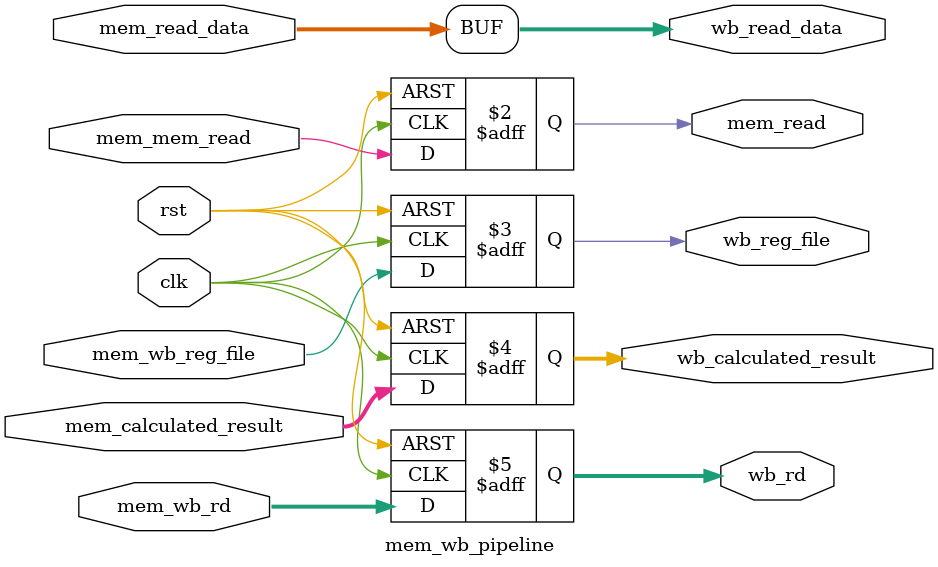
<source format=v>
module mem_wb_pipeline(
    input clk,
    input rst,
    input mem_mem_read,
    input mem_wb_reg_file,
    input [31:0] mem_read_data,
    input [31:0] mem_calculated_result,
    input [4:0] mem_wb_rd,

    output reg mem_read,
    output reg wb_reg_file,
    output [31:0] wb_read_data,
    output reg [31:0] wb_calculated_result,
    output reg [4:0] wb_rd
);

    always @(posedge clk or posedge rst) begin
        if (rst) begin
            mem_read <= 1'b0;
            wb_reg_file <= 1'b0;
            wb_calculated_result <= 32'h00000000;
            wb_rd <= 5'b00000;
        end else begin
            mem_read <= mem_mem_read;
            wb_reg_file <= mem_wb_reg_file;
            wb_calculated_result <= mem_calculated_result;
            wb_rd <= mem_wb_rd;
        end
    end

    assign wb_read_data = mem_read_data;

endmodule

</source>
